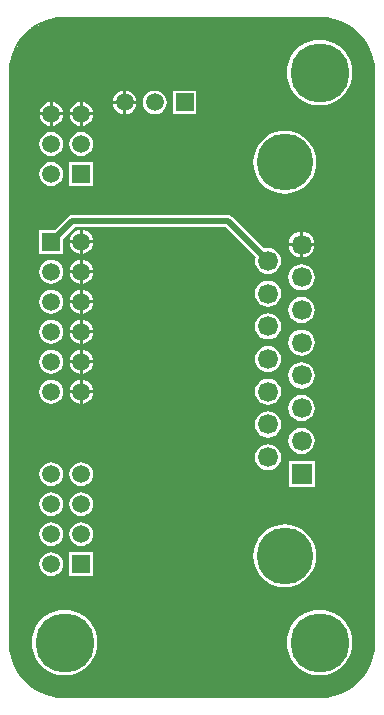
<source format=gbl>
%FSDAX24Y24*%
%MOIN*%
%SFA1B1*%

%IPPOS*%
%ADD12C,0.010000*%
%ADD13C,0.020000*%
%ADD14R,0.066500X0.066500*%
%ADD15C,0.066500*%
%ADD16C,0.189000*%
%ADD17C,0.059100*%
%ADD18R,0.059100X0.059100*%
%ADD19R,0.059100X0.059100*%
%ADD20C,0.196900*%
%ADD22C,0.005000*%
%ADD34C,0.040000*%
%ADD35C,0.080000*%
%LNdistro_layout-1*%
%LPD*%
G54D22*
X008737Y020808D02*
X008972Y020761D01*
X009198Y020684*
X009411Y020579*
X009610Y020447*
X009789Y020289*
X009947Y020110*
X010079Y019911*
X010184Y019698*
X010261Y019472*
X010308Y019237*
X010322Y019007*
X010322Y019001*
Y-000001*
X010322Y-000007*
X010308Y-000237*
X010261Y-000472*
X010184Y-000698*
X010079Y-000911*
X009947Y-001110*
X009789Y-001289*
X009610Y-001447*
X009411Y-001579*
X009198Y-001684*
X008972Y-001761*
X008737Y-001808*
X008507Y-001822*
X008501Y-001822*
X-000001*
X-000007Y-001822*
X-000237Y-001808*
X-000472Y-001761*
X-000698Y-001684*
X-000911Y-001579*
X-001110Y-001447*
X-001289Y-001289*
X-001447Y-001110*
X-001579Y-000911*
X-001684Y-000698*
X-001761Y-000472*
X-001808Y-000237*
X-001822Y-000007*
X-001822Y-000001*
Y019001*
X-001822Y019007*
X-001808Y019237*
X-001761Y019472*
X-001684Y019698*
X-001579Y019911*
X-001447Y020110*
X-001289Y020289*
X-001110Y020447*
X-000911Y020579*
X-000698Y020684*
X-000472Y020761*
X-000237Y020808*
X-000007Y020822*
X-000001Y020822*
X008501*
X008507Y020822*
X008737Y020808*
G54D12*
X008731Y020758D02*
X008959Y020713D01*
X009179Y020638*
X009386Y020535*
X009580Y020407*
X009753Y020253*
X009907Y020080*
X010035Y019886*
X010138Y019679*
X010213Y019459*
X010258Y019231*
X010272Y019009*
X010272Y019005*
Y-000005*
X010272Y-000009*
X010258Y-000231*
X010213Y-000459*
X010138Y-000679*
X010035Y-000886*
X009907Y-001080*
X009753Y-001253*
X009580Y-001407*
X009386Y-001535*
X009179Y-001638*
X008959Y-001713*
X008731Y-001758*
X008509Y-001772*
X008505Y-001772*
X-000005*
X-000009Y-001772*
X-000231Y-001758*
X-000459Y-001713*
X-000679Y-001638*
X-000886Y-001535*
X-001080Y-001407*
X-001253Y-001253*
X-001407Y-001080*
X-001535Y-000886*
X-001638Y-000679*
X-001713Y-000459*
X-001758Y-000231*
X-001772Y-000009*
X-001772Y-000005*
Y019005*
X-001772Y019009*
X-001758Y019231*
X-001713Y019459*
X-001638Y019679*
X-001535Y019886*
X-001407Y020080*
X-001253Y020253*
X-001080Y020407*
X-000886Y020535*
X-000679Y020638*
X-000459Y020713*
X-000231Y020758*
X-000009Y020772*
X-000005Y020772*
X008505*
X008509Y020772*
X008731Y020758*
G54D13*
X008718Y020659D02*
X008933Y020616D01*
X009140Y020546*
X009336Y020449*
X009519Y020327*
X009683Y020183*
X009827Y020019*
X009949Y019836*
X010046Y019640*
X010116Y019433*
X010159Y019218*
X010172Y019013*
X010172Y019012*
Y-000012*
X010172Y-000013*
X010159Y-000218*
X010116Y-000433*
X010046Y-000640*
X009949Y-000836*
X009827Y-001019*
X009683Y-001183*
X009519Y-001327*
X009336Y-001449*
X009140Y-001546*
X008933Y-001616*
X008718Y-001659*
X008513Y-001672*
X008512Y-001672*
X-000012*
X-000013Y-001672*
X-000218Y-001659*
X-000433Y-001616*
X-000640Y-001546*
X-000836Y-001449*
X-001019Y-001327*
X-001183Y-001183*
X-001327Y-001019*
X-001449Y-000836*
X-001546Y-000640*
X-001616Y-000433*
X-001659Y-000218*
X-001672Y-000013*
X-001672Y-000012*
Y019012*
X-001672Y019013*
X-001659Y019218*
X-001616Y019433*
X-001546Y019640*
X-001449Y019836*
X-001327Y020019*
X-001183Y020183*
X-001019Y020327*
X-000836Y020449*
X-000640Y020546*
X-000433Y020616*
X-000218Y020659*
X-000013Y020672*
X-000012Y020672*
X008512*
X008513Y020672*
X008718Y020659*
G54D34*
X008692Y020460D02*
X008881Y020422D01*
X009063Y020360*
X009236Y020275*
X009397Y020168*
X009541Y020041*
X009668Y019897*
X009775Y019736*
X009860Y019563*
X009922Y019381*
X009960Y019192*
X009971Y019020*
X009972Y019025*
Y-000025*
X009971Y-000020*
X009960Y-000192*
X009922Y-000381*
X009860Y-000563*
X009775Y-000736*
X009668Y-000897*
X009541Y-001041*
X009397Y-001168*
X009236Y-001275*
X009063Y-001360*
X008881Y-001422*
X008692Y-001460*
X008520Y-001471*
X008525Y-001472*
X-000025*
X-000020Y-001471*
X-000192Y-001460*
X-000381Y-001422*
X-000563Y-001360*
X-000736Y-001275*
X-000897Y-001168*
X-001041Y-001041*
X-001168Y-000897*
X-001275Y-000736*
X-001360Y-000563*
X-001422Y-000381*
X-001460Y-000192*
X-001471Y-000020*
X-001472Y-000025*
Y019025*
X-001471Y019020*
X-001460Y019192*
X-001422Y019381*
X-001360Y019563*
X-001275Y019736*
X-001168Y019897*
X-001041Y020041*
X-000897Y020168*
X-000736Y020275*
X-000563Y020360*
X-000381Y020422*
X-000192Y020460*
X-000020Y020471*
X-000025Y020472*
X008525*
X008520Y020471*
X008692Y020460*
G54D35*
X008640Y020062D02*
X008778Y020035D01*
X008909Y019990*
X009036Y019928*
X009152Y019850*
X009257Y019757*
X009350Y019652*
X009428Y019536*
X009490Y019409*
X009535Y019278*
X009562Y019140*
X009827Y015011*
X009572Y013139*
Y005860*
X009827Y003988*
X009562Y-000140*
X009535Y-000278*
X009490Y-000409*
X009428Y-000536*
X009350Y-000652*
X009257Y-000757*
X009152Y-000850*
X009036Y-000928*
X008909Y-000990*
X008778Y-001035*
X008640Y-001062*
X004511Y-001327*
X002639Y-001072*
X005860*
X003988Y-001327*
X-000140Y-001062*
X-000278Y-001035*
X-000409Y-000990*
X-000536Y-000928*
X-000652Y-000850*
X-000757Y-000757*
X-000850Y-000652*
X-000928Y-000536*
X-000990Y-000409*
X-001035Y-000278*
X-001062Y-000140*
X-001327Y003988*
X-001072Y005860*
Y013139*
X-001327Y015011*
X-001062Y019140*
X-001035Y019278*
X-000990Y019409*
X-000928Y019536*
X-000850Y019652*
X-000757Y019757*
X-000652Y019850*
X-000536Y019928*
X-000409Y019990*
X-000278Y020035*
X-000140Y020062*
X003988Y020327*
X005860Y020072*
X002639*
X004511Y020327*
X008640Y020062*
X-000930Y-000510D02*
Y019480D01*
X-000130Y-000910D02*
Y019880D01*
X000670Y-000910D02*
Y020080D01*
X001470Y-001110D02*
Y020080D01*
X002270Y-001110D02*
Y020080D01*
X003070Y-001110D02*
Y020080D01*
X003870Y-001310D02*
Y020330D01*
X004670Y-001110D02*
Y020330D01*
X005470Y-001110D02*
Y020080D01*
X006270Y-001110D02*
Y020080D01*
X007070Y-001110D02*
Y020080D01*
X007870Y-000910D02*
Y020080D01*
X008670Y-000910D02*
Y019880D01*
X009470Y-000310D02*
Y019280D01*
%LNdistro_layout-2*%
%LPC*%
G36*
X006781Y009886D02*
X006668Y009872D01*
X006563Y009828*
X006473Y009759*
X006403Y009668*
X006360Y009563*
X006345Y009450*
X006360Y009337*
X006403Y009232*
X006473Y009141*
X006563Y009072*
X006668Y009028*
X006781Y009014*
X006894Y009028*
X006999Y009072*
X007090Y009141*
X007159Y009232*
X007203Y009337*
X007218Y009450*
X007203Y009563*
X007159Y009668*
X007090Y009759*
X006999Y009828*
X006894Y009872*
X006781Y009886*
G37*
G36*
X000951Y009310D02*
X000609D01*
Y008968*
X000662Y008975*
X000758Y009014*
X000841Y009078*
X000904Y009160*
X000944Y009257*
X000951Y009310*
G37*
G36*
X000609Y009752D02*
Y009410D01*
X000951*
X000944Y009463*
X000904Y009559*
X000841Y009642*
X000758Y009705*
X000662Y009745*
X000609Y009752*
G37*
G36*
X000509D02*
X000456Y009745D01*
X000360Y009705*
X000277Y009642*
X000214Y009559*
X000174Y009463*
X000167Y009410*
X000509*
Y009752*
G37*
G36*
Y009310D02*
X000167D01*
X000174Y009257*
X000214Y009160*
X000277Y009078*
X000360Y009014*
X000456Y008975*
X000509Y008968*
Y009310*
G37*
G36*
X000609Y008752D02*
Y008410D01*
X000951*
X000944Y008463*
X000904Y008559*
X000841Y008642*
X000758Y008705*
X000662Y008745*
X000609Y008752*
G37*
G36*
X000509D02*
X000456Y008745D01*
X000360Y008705*
X000277Y008642*
X000214Y008559*
X000174Y008463*
X000167Y008410*
X000509*
Y008752*
G37*
G36*
X-000441Y009758D02*
X-000544Y009745D01*
X-000640Y009705*
X-000723Y009642*
X-000786Y009559*
X-000826Y009463*
X-000840Y009360*
X-000826Y009257*
X-000786Y009160*
X-000723Y009078*
X-000640Y009014*
X-000544Y008975*
X-000441Y008961*
X-000338Y008975*
X-000242Y009014*
X-000159Y009078*
X-000096Y009160*
X-000056Y009257*
X-000042Y009360*
X-000056Y009463*
X-000096Y009559*
X-000159Y009642*
X-000242Y009705*
X-000338Y009745*
X-000441Y009758*
G37*
G36*
X007899Y009341D02*
X007786Y009326D01*
X007681Y009283*
X007591Y009213*
X007521Y009123*
X007478Y009018*
X007463Y008905*
X007478Y008792*
X007521Y008687*
X007591Y008596*
X007681Y008527*
X007786Y008483*
X007899Y008468*
X008012Y008483*
X008117Y008527*
X008208Y008596*
X008277Y008687*
X008321Y008792*
X008336Y008905*
X008321Y009018*
X008277Y009123*
X008208Y009213*
X008117Y009283*
X008012Y009326*
X007899Y009341*
G37*
G36*
Y010432D02*
X007786Y010417D01*
X007681Y010373*
X007591Y010304*
X007521Y010213*
X007478Y010108*
X007463Y009995*
X007478Y009882*
X007521Y009777*
X007591Y009687*
X007681Y009617*
X007786Y009574*
X007899Y009559*
X008012Y009574*
X008117Y009617*
X008208Y009687*
X008277Y009777*
X008321Y009882*
X008336Y009995*
X008321Y010108*
X008277Y010213*
X008208Y010304*
X008117Y010373*
X008012Y010417*
X007899Y010432*
G37*
G36*
Y011522D02*
X007786Y011507D01*
X007681Y011464*
X007591Y011394*
X007521Y011304*
X007478Y011199*
X007463Y011086*
X007478Y010973*
X007521Y010868*
X007591Y010777*
X007681Y010708*
X007786Y010664*
X007899Y010649*
X008012Y010664*
X008117Y010708*
X008208Y010777*
X008277Y010868*
X008321Y010973*
X008336Y011086*
X008321Y011199*
X008277Y011304*
X008208Y011394*
X008117Y011464*
X008012Y011507*
X007899Y011522*
G37*
G36*
X000609Y010752D02*
Y010410D01*
X000951*
X000944Y010463*
X000904Y010559*
X000841Y010642*
X000758Y010705*
X000662Y010745*
X000609Y010752*
G37*
G36*
X000509Y011310D02*
X000167D01*
X000174Y011257*
X000214Y011160*
X000277Y011078*
X000360Y011014*
X000456Y010975*
X000509Y010968*
Y011310*
G37*
G36*
X-000441Y011758D02*
X-000544Y011745D01*
X-000640Y011705*
X-000723Y011642*
X-000786Y011559*
X-000826Y011463*
X-000840Y011360*
X-000826Y011257*
X-000786Y011160*
X-000723Y011078*
X-000640Y011014*
X-000544Y010975*
X-000441Y010961*
X-000338Y010975*
X-000242Y011014*
X-000159Y011078*
X-000096Y011160*
X-000056Y011257*
X-000042Y011360*
X-000056Y011463*
X-000096Y011559*
X-000159Y011642*
X-000242Y011705*
X-000338Y011745*
X-000441Y011758*
G37*
G36*
X000509Y010752D02*
X000456Y010745D01*
X000360Y010705*
X000277Y010642*
X000214Y010559*
X000174Y010463*
X000167Y010410*
X000509*
Y010752*
G37*
G36*
Y010310D02*
X000167D01*
X000174Y010257*
X000214Y010160*
X000277Y010078*
X000360Y010014*
X000456Y009975*
X000509Y009968*
Y010310*
G37*
G36*
X-000441Y010758D02*
X-000544Y010745D01*
X-000640Y010705*
X-000723Y010642*
X-000786Y010559*
X-000826Y010463*
X-000840Y010360*
X-000826Y010257*
X-000786Y010160*
X-000723Y010078*
X-000640Y010014*
X-000544Y009975*
X-000441Y009961*
X-000338Y009975*
X-000242Y010014*
X-000159Y010078*
X-000096Y010160*
X-000056Y010257*
X-000042Y010360*
X-000056Y010463*
X-000096Y010559*
X-000159Y010642*
X-000242Y010705*
X-000338Y010745*
X-000441Y010758*
G37*
G36*
X006781Y010977D02*
X006668Y010962D01*
X006563Y010918*
X006473Y010849*
X006403Y010759*
X006360Y010654*
X006345Y010541*
X006360Y010428*
X006403Y010322*
X006473Y010232*
X006563Y010163*
X006668Y010119*
X006781Y010104*
X006894Y010119*
X006999Y010163*
X007090Y010232*
X007159Y010322*
X007203Y010428*
X007218Y010541*
X007203Y010654*
X007159Y010759*
X007090Y010849*
X006999Y010918*
X006894Y010962*
X006781Y010977*
G37*
G36*
X000951Y010310D02*
X000609D01*
Y009968*
X000662Y009975*
X000758Y010014*
X000841Y010078*
X000904Y010160*
X000944Y010257*
X000951Y010310*
G37*
G36*
Y008310D02*
X000609D01*
Y007968*
X000662Y007975*
X000758Y008014*
X000841Y008078*
X000904Y008160*
X000944Y008257*
X000951Y008310*
G37*
G36*
X000559Y004015D02*
X000456Y004002D01*
X000360Y003962*
X000277Y003899*
X000214Y003816*
X000174Y003720*
X000160Y003617*
X000174Y003513*
X000214Y003417*
X000277Y003335*
X000360Y003271*
X000456Y003232*
X000559Y003218*
X000662Y003232*
X000758Y003271*
X000841Y003335*
X000904Y003417*
X000944Y003513*
X000958Y003617*
X000944Y003720*
X000904Y003816*
X000841Y003899*
X000758Y003962*
X000662Y004002*
X000559Y004015*
G37*
G36*
X-000441D02*
X-000544Y004002D01*
X-000640Y003962*
X-000723Y003899*
X-000786Y003816*
X-000826Y003720*
X-000840Y003617*
X-000826Y003513*
X-000786Y003417*
X-000723Y003335*
X-000640Y003271*
X-000544Y003232*
X-000441Y003218*
X-000338Y003232*
X-000242Y003271*
X-000159Y003335*
X-000096Y003417*
X-000056Y003513*
X-000042Y003617*
X-000056Y003720*
X-000096Y003816*
X-000159Y003899*
X-000242Y003962*
X-000338Y004002*
X-000441Y004015*
G37*
G36*
X000559Y005015D02*
X000456Y005002D01*
X000360Y004962*
X000277Y004899*
X000214Y004816*
X000174Y004720*
X000160Y004617*
X000174Y004513*
X000214Y004417*
X000277Y004335*
X000360Y004271*
X000456Y004232*
X000559Y004218*
X000662Y004232*
X000758Y004271*
X000841Y004335*
X000904Y004417*
X000944Y004513*
X000958Y004617*
X000944Y004720*
X000904Y004816*
X000841Y004899*
X000758Y004962*
X000662Y005002*
X000559Y005015*
G37*
G36*
X-000441D02*
X-000544Y005002D01*
X-000640Y004962*
X-000723Y004899*
X-000786Y004816*
X-000826Y004720*
X-000840Y004617*
X-000826Y004513*
X-000786Y004417*
X-000723Y004335*
X-000640Y004271*
X-000544Y004232*
X-000441Y004218*
X-000338Y004232*
X-000242Y004271*
X-000159Y004335*
X-000096Y004417*
X-000056Y004513*
X-000042Y004617*
X-000056Y004720*
X-000096Y004816*
X-000159Y004899*
X-000242Y004962*
X-000338Y005002*
X-000441Y005015*
G37*
G36*
X000954Y003012D02*
X000164D01*
Y002221*
X000954*
Y003012*
G37*
G36*
X008500Y001088D02*
X008330Y001074D01*
X008164Y001034*
X008006Y000969*
X007861Y000880*
X007731Y000769*
X007620Y000639*
X007531Y000494*
X007466Y000336*
X007426Y000170*
X007412Y000000*
X007426Y-000170*
X007466Y-000336*
X007531Y-000494*
X007620Y-000639*
X007731Y-000769*
X007861Y-000880*
X008006Y-000969*
X008164Y-001034*
X008330Y-001074*
X008500Y-001088*
X008670Y-001074*
X008836Y-001034*
X008994Y-000969*
X009139Y-000880*
X009269Y-000769*
X009380Y-000639*
X009469Y-000494*
X009534Y-000336*
X009574Y-000170*
X009588Y000000*
X009574Y000170*
X009534Y000336*
X009469Y000494*
X009380Y000639*
X009269Y000769*
X009139Y000880*
X008994Y000969*
X008836Y001034*
X008670Y001074*
X008500Y001088*
G37*
G36*
X000000D02*
X-000170Y001074D01*
X-000336Y001034*
X-000494Y000969*
X-000639Y000880*
X-000769Y000769*
X-000880Y000639*
X-000969Y000494*
X-001034Y000336*
X-001074Y000170*
X-001088Y000000*
X-001074Y-000170*
X-001034Y-000336*
X-000969Y-000494*
X-000880Y-000639*
X-000769Y-000769*
X-000639Y-000880*
X-000494Y-000969*
X-000336Y-001034*
X-000170Y-001074*
X000000Y-001088*
X000170Y-001074*
X000336Y-001034*
X000494Y-000969*
X000639Y-000880*
X000769Y-000769*
X000880Y-000639*
X000969Y-000494*
X001034Y-000336*
X001074Y-000170*
X001088Y000000*
X001074Y000170*
X001034Y000336*
X000969Y000494*
X000880Y000639*
X000769Y000769*
X000639Y000880*
X000494Y000969*
X000336Y001034*
X000170Y001074*
X000000Y001088*
G37*
G36*
X-000441Y003015D02*
X-000544Y003002D01*
X-000640Y002962*
X-000723Y002899*
X-000786Y002816*
X-000826Y002720*
X-000840Y002617*
X-000826Y002513*
X-000786Y002417*
X-000723Y002335*
X-000640Y002271*
X-000544Y002232*
X-000441Y002218*
X-000338Y002232*
X-000242Y002271*
X-000159Y002335*
X-000096Y002417*
X-000056Y002513*
X-000042Y002617*
X-000056Y002720*
X-000096Y002816*
X-000159Y002899*
X-000242Y002962*
X-000338Y003002*
X-000441Y003015*
G37*
G36*
X007340Y003939D02*
X007176Y003926D01*
X007016Y003888*
X006864Y003825*
X006724Y003739*
X006599Y003632*
X006492Y003507*
X006406Y003367*
X006343Y003215*
X006305Y003055*
X006292Y002891*
X006305Y002727*
X006343Y002567*
X006406Y002415*
X006492Y002275*
X006599Y002150*
X006724Y002043*
X006864Y001957*
X007016Y001894*
X007176Y001856*
X007340Y001843*
X007504Y001856*
X007664Y001894*
X007816Y001957*
X007956Y002043*
X008081Y002150*
X008188Y002275*
X008274Y002415*
X008337Y002567*
X008375Y002727*
X008388Y002891*
X008375Y003055*
X008337Y003215*
X008274Y003367*
X008188Y003507*
X008081Y003632*
X007956Y003739*
X007816Y003825*
X007664Y003888*
X007504Y003926*
X007340Y003939*
G37*
G36*
X008332Y006066D02*
X007467D01*
Y005200*
X008332*
Y006066*
G37*
G36*
X006781Y008796D02*
X006668Y008781D01*
X006563Y008737*
X006473Y008668*
X006403Y008578*
X006360Y008472*
X006345Y008359*
X006360Y008246*
X006403Y008141*
X006473Y008051*
X006563Y007982*
X006668Y007938*
X006781Y007923*
X006894Y007938*
X006999Y007982*
X007090Y008051*
X007159Y008141*
X007203Y008246*
X007218Y008359*
X007203Y008472*
X007159Y008578*
X007090Y008668*
X006999Y008737*
X006894Y008781*
X006781Y008796*
G37*
G36*
X007899Y008251D02*
X007786Y008236D01*
X007681Y008192*
X007591Y008123*
X007521Y008032*
X007478Y007927*
X007463Y007814*
X007478Y007701*
X007521Y007596*
X007591Y007506*
X007681Y007436*
X007786Y007393*
X007899Y007378*
X008012Y007393*
X008117Y007436*
X008208Y007506*
X008277Y007596*
X008321Y007701*
X008336Y007814*
X008321Y007927*
X008277Y008032*
X008208Y008123*
X008117Y008192*
X008012Y008236*
X007899Y008251*
G37*
G36*
X000509Y008310D02*
X000167D01*
X000174Y008257*
X000214Y008160*
X000277Y008078*
X000360Y008014*
X000456Y007975*
X000509Y007968*
Y008310*
G37*
G36*
X-000441Y008758D02*
X-000544Y008745D01*
X-000640Y008705*
X-000723Y008642*
X-000786Y008559*
X-000826Y008463*
X-000840Y008360*
X-000826Y008257*
X-000786Y008160*
X-000723Y008078*
X-000640Y008014*
X-000544Y007975*
X-000441Y007961*
X-000338Y007975*
X-000242Y008014*
X-000159Y008078*
X-000096Y008160*
X-000056Y008257*
X-000042Y008360*
X-000056Y008463*
X-000096Y008559*
X-000159Y008642*
X-000242Y008705*
X-000338Y008745*
X-000441Y008758*
G37*
G36*
X006781Y007705D02*
X006668Y007690D01*
X006563Y007647*
X006473Y007577*
X006403Y007487*
X006360Y007382*
X006345Y007269*
X006360Y007156*
X006403Y007051*
X006473Y006960*
X006563Y006891*
X006668Y006847*
X006781Y006832*
X006894Y006847*
X006999Y006891*
X007090Y006960*
X007159Y007051*
X007203Y007156*
X007218Y007269*
X007203Y007382*
X007159Y007487*
X007090Y007577*
X006999Y007647*
X006894Y007690*
X006781Y007705*
G37*
G36*
X000559Y006015D02*
X000456Y006002D01*
X000360Y005962*
X000277Y005899*
X000214Y005816*
X000174Y005720*
X000160Y005617*
X000174Y005513*
X000214Y005417*
X000277Y005335*
X000360Y005271*
X000456Y005232*
X000559Y005218*
X000662Y005232*
X000758Y005271*
X000841Y005335*
X000904Y005417*
X000944Y005513*
X000958Y005617*
X000944Y005720*
X000904Y005816*
X000841Y005899*
X000758Y005962*
X000662Y006002*
X000559Y006015*
G37*
G36*
X-000441D02*
X-000544Y006002D01*
X-000640Y005962*
X-000723Y005899*
X-000786Y005816*
X-000826Y005720*
X-000840Y005617*
X-000826Y005513*
X-000786Y005417*
X-000723Y005335*
X-000640Y005271*
X-000544Y005232*
X-000441Y005218*
X-000338Y005232*
X-000242Y005271*
X-000159Y005335*
X-000096Y005417*
X-000056Y005513*
X-000042Y005617*
X-000056Y005720*
X-000096Y005816*
X-000159Y005899*
X-000242Y005962*
X-000338Y006002*
X-000441Y006015*
G37*
G36*
X007899Y007160D02*
X007786Y007145D01*
X007681Y007102*
X007591Y007032*
X007521Y006942*
X007478Y006837*
X007463Y006724*
X007478Y006611*
X007521Y006505*
X007591Y006415*
X007681Y006346*
X007786Y006302*
X007899Y006287*
X008012Y006302*
X008117Y006346*
X008208Y006415*
X008277Y006505*
X008321Y006611*
X008336Y006724*
X008321Y006837*
X008277Y006942*
X008208Y007032*
X008117Y007102*
X008012Y007145*
X007899Y007160*
G37*
G36*
X006781Y006615D02*
X006668Y006600D01*
X006563Y006556*
X006473Y006487*
X006403Y006397*
X006360Y006291*
X006345Y006178*
X006360Y006065*
X006403Y005960*
X006473Y005870*
X006563Y005800*
X006668Y005757*
X006781Y005742*
X006894Y005757*
X006999Y005800*
X007090Y005870*
X007159Y005960*
X007203Y006065*
X007218Y006178*
X007203Y006291*
X007159Y006397*
X007090Y006487*
X006999Y006556*
X006894Y006600*
X006781Y006615*
G37*
G36*
X-000049Y017570D02*
X-000391D01*
Y017228*
X-000338Y017235*
X-000242Y017275*
X-000159Y017338*
X-000096Y017420*
X-000056Y017517*
X-000049Y017570*
G37*
G36*
X000509D02*
X000167D01*
X000174Y017517*
X000214Y017420*
X000277Y017338*
X000360Y017275*
X000456Y017235*
X000509Y017228*
Y017570*
G37*
G36*
X003000Y018402D02*
X002897Y018388D01*
X002801Y018348*
X002718Y018285*
X002655Y018202*
X002615Y018106*
X002601Y018003*
X002615Y017900*
X002655Y017804*
X002718Y017721*
X002801Y017658*
X002897Y017618*
X003000Y017604*
X003103Y017618*
X003199Y017658*
X003282Y017721*
X003345Y017804*
X003385Y017900*
X003399Y018003*
X003385Y018106*
X003345Y018202*
X003282Y018285*
X003199Y018348*
X003103Y018388*
X003000Y018402*
G37*
G36*
X000951Y017570D02*
X000609D01*
Y017228*
X000662Y017235*
X000758Y017275*
X000841Y017338*
X000904Y017420*
X000944Y017517*
X000951Y017570*
G37*
G36*
X-000491D02*
X-000833D01*
X-000826Y017517*
X-000786Y017420*
X-000723Y017338*
X-000640Y017275*
X-000544Y017235*
X-000491Y017228*
Y017570*
G37*
G36*
X000954Y016015D02*
X000164D01*
Y015225*
X000954*
Y016015*
G37*
G36*
X-000441Y016018D02*
X-000544Y016005D01*
X-000640Y015965*
X-000723Y015902*
X-000786Y015819*
X-000826Y015723*
X-000840Y015620*
X-000826Y015517*
X-000786Y015420*
X-000723Y015338*
X-000640Y015275*
X-000544Y015235*
X-000441Y015221*
X-000338Y015235*
X-000242Y015275*
X-000159Y015338*
X-000096Y015420*
X-000056Y015517*
X-000042Y015620*
X-000056Y015723*
X-000096Y015819*
X-000159Y015902*
X-000242Y015965*
X-000338Y016005*
X-000441Y016018*
G37*
G36*
X000559Y017018D02*
X000456Y017005D01*
X000360Y016965*
X000277Y016902*
X000214Y016819*
X000174Y016723*
X000160Y016620*
X000174Y016517*
X000214Y016420*
X000277Y016338*
X000360Y016275*
X000456Y016235*
X000559Y016221*
X000662Y016235*
X000758Y016275*
X000841Y016338*
X000904Y016420*
X000944Y016517*
X000958Y016620*
X000944Y016723*
X000904Y016819*
X000841Y016902*
X000758Y016965*
X000662Y017005*
X000559Y017018*
G37*
G36*
X-000441D02*
X-000544Y017005D01*
X-000640Y016965*
X-000723Y016902*
X-000786Y016819*
X-000826Y016723*
X-000840Y016620*
X-000826Y016517*
X-000786Y016420*
X-000723Y016338*
X-000640Y016275*
X-000544Y016235*
X-000441Y016221*
X-000338Y016235*
X-000242Y016275*
X-000159Y016338*
X-000096Y016420*
X-000056Y016517*
X-000042Y016620*
X-000056Y016723*
X-000096Y016819*
X-000159Y016902*
X-000242Y016965*
X-000338Y017005*
X-000441Y017018*
G37*
G36*
X004395Y018398D02*
X003605D01*
Y017608*
X004395*
Y018398*
G37*
G36*
X008500Y020088D02*
X008330Y020074D01*
X008164Y020034*
X008006Y019969*
X007861Y019880*
X007731Y019769*
X007620Y019639*
X007531Y019494*
X007466Y019336*
X007426Y019170*
X007412Y019000*
X007426Y018830*
X007466Y018664*
X007531Y018506*
X007620Y018361*
X007731Y018231*
X007861Y018120*
X008006Y018031*
X008164Y017966*
X008330Y017926*
X008500Y017912*
X008670Y017926*
X008836Y017966*
X008994Y018031*
X009139Y018120*
X009269Y018231*
X009380Y018361*
X009469Y018506*
X009534Y018664*
X009574Y018830*
X009588Y019000*
X009574Y019170*
X009534Y019336*
X009469Y019494*
X009380Y019639*
X009269Y019769*
X009139Y019880*
X008994Y019969*
X008836Y020034*
X008670Y020074*
X008500Y020088*
G37*
G36*
X000609Y018012D02*
Y017670D01*
X000951*
X000944Y017723*
X000904Y017819*
X000841Y017902*
X000758Y017965*
X000662Y018005*
X000609Y018012*
G37*
G36*
X002050Y018395D02*
Y018053D01*
X002392*
X002385Y018106*
X002345Y018202*
X002282Y018285*
X002199Y018348*
X002103Y018388*
X002050Y018395*
G37*
G36*
X001950D02*
X001897Y018388D01*
X001801Y018348*
X001718Y018285*
X001655Y018202*
X001615Y018106*
X001608Y018053*
X001950*
Y018395*
G37*
G36*
X-000391Y018012D02*
Y017670D01*
X-000049*
X-000056Y017723*
X-000096Y017819*
X-000159Y017902*
X-000242Y017965*
X-000338Y018005*
X-000391Y018012*
G37*
G36*
X002392Y017953D02*
X002050D01*
Y017611*
X002103Y017618*
X002199Y017658*
X002282Y017721*
X002345Y017804*
X002385Y017900*
X002392Y017953*
G37*
G36*
X001950D02*
X001608D01*
X001615Y017900*
X001655Y017804*
X001718Y017721*
X001801Y017658*
X001897Y017618*
X001950Y017611*
Y017953*
G37*
G36*
X000509Y018012D02*
X000456Y018005D01*
X000360Y017965*
X000277Y017902*
X000214Y017819*
X000174Y017723*
X000167Y017670*
X000509*
Y018012*
G37*
G36*
X-000491D02*
X-000544Y018005D01*
X-000640Y017965*
X-000723Y017902*
X-000786Y017819*
X-000826Y017723*
X-000833Y017670*
X-000491*
Y018012*
G37*
G36*
X007340Y017057D02*
X007176Y017044D01*
X007016Y017006*
X006864Y016943*
X006724Y016857*
X006599Y016750*
X006492Y016625*
X006406Y016485*
X006343Y016333*
X006305Y016173*
X006292Y016009*
X006305Y015845*
X006343Y015685*
X006406Y015533*
X006492Y015393*
X006599Y015268*
X006724Y015161*
X006864Y015075*
X007016Y015012*
X007176Y014974*
X007340Y014961*
X007504Y014974*
X007664Y015012*
X007816Y015075*
X007956Y015161*
X008081Y015268*
X008188Y015393*
X008274Y015533*
X008337Y015685*
X008375Y015845*
X008388Y016009*
X008375Y016173*
X008337Y016333*
X008274Y016485*
X008188Y016625*
X008081Y016750*
X007956Y016857*
X007816Y016943*
X007664Y017006*
X007504Y017044*
X007340Y017057*
G37*
G36*
X000509Y012310D02*
X000167D01*
X000174Y012257*
X000214Y012160*
X000277Y012078*
X000360Y012014*
X000456Y011975*
X000509Y011968*
Y012310*
G37*
G36*
X-000441Y012758D02*
X-000544Y012745D01*
X-000640Y012705*
X-000723Y012642*
X-000786Y012559*
X-000826Y012463*
X-000840Y012360*
X-000826Y012257*
X-000786Y012160*
X-000723Y012078*
X-000640Y012014*
X-000544Y011975*
X-000441Y011961*
X-000338Y011975*
X-000242Y012014*
X-000159Y012078*
X-000096Y012160*
X-000056Y012257*
X-000042Y012360*
X-000056Y012463*
X-000096Y012559*
X-000159Y012642*
X-000242Y012705*
X-000338Y012745*
X-000441Y012758*
G37*
G36*
X005453Y014254D02*
X000249D01*
X000171Y014238*
X000145Y014221*
X000105Y014194*
X-000334Y013755*
X-000836*
Y012964*
X-000046*
Y013467*
X000334Y013846*
X005368*
X006365Y012849*
X006360Y012835*
X006345Y012722*
X006360Y012609*
X006403Y012503*
X006473Y012413*
X006563Y012344*
X006668Y012300*
X006781Y012285*
X006894Y012300*
X006999Y012344*
X007090Y012413*
X007159Y012503*
X007203Y012609*
X007218Y012722*
X007203Y012835*
X007159Y012940*
X007090Y013030*
X006999Y013100*
X006894Y013143*
X006781Y013158*
X006668Y013143*
X006654Y013137*
X005597Y014194*
X005531Y014238*
X005453Y014254*
G37*
G36*
X000951Y012310D02*
X000609D01*
Y011968*
X000662Y011975*
X000758Y012014*
X000841Y012078*
X000904Y012160*
X000944Y012257*
X000951Y012310*
G37*
G36*
X007899Y012613D02*
X007786Y012598D01*
X007681Y012554*
X007591Y012485*
X007521Y012395*
X007478Y012289*
X007463Y012176*
X007478Y012063*
X007521Y011958*
X007591Y011868*
X007681Y011798*
X007786Y011755*
X007899Y011740*
X008012Y011755*
X008117Y011798*
X008208Y011868*
X008277Y011958*
X008321Y012063*
X008336Y012176*
X008321Y012289*
X008277Y012395*
X008208Y012485*
X008117Y012554*
X008012Y012598*
X007899Y012613*
G37*
G36*
X006781Y012068D02*
X006668Y012053D01*
X006563Y012009*
X006473Y011940*
X006403Y011849*
X006360Y011744*
X006345Y011631*
X006360Y011518*
X006403Y011413*
X006473Y011323*
X006563Y011253*
X006668Y011210*
X006781Y011195*
X006894Y011210*
X006999Y011253*
X007090Y011323*
X007159Y011413*
X007203Y011518*
X007218Y011631*
X007203Y011744*
X007159Y011849*
X007090Y011940*
X006999Y012009*
X006894Y012053*
X006781Y012068*
G37*
G36*
X000951Y011310D02*
X000609D01*
Y010968*
X000662Y010975*
X000758Y011014*
X000841Y011078*
X000904Y011160*
X000944Y011257*
X000951Y011310*
G37*
G36*
X000609Y011752D02*
Y011410D01*
X000951*
X000944Y011463*
X000904Y011559*
X000841Y011642*
X000758Y011705*
X000662Y011745*
X000609Y011752*
G37*
G36*
X000509D02*
X000456Y011745D01*
X000360Y011705*
X000277Y011642*
X000214Y011559*
X000174Y011463*
X000167Y011410*
X000509*
Y011752*
G37*
G36*
Y012752D02*
X000456Y012745D01*
X000360Y012705*
X000277Y012642*
X000214Y012559*
X000174Y012463*
X000167Y012410*
X000509*
Y012752*
G37*
G36*
X007949Y013697D02*
Y013317D01*
X008329*
X008321Y013380*
X008277Y013485*
X008208Y013576*
X008117Y013645*
X008012Y013688*
X007949Y013697*
G37*
G36*
X007849D02*
X007786Y013688D01*
X007681Y013645*
X007591Y013576*
X007521Y013485*
X007478Y013380*
X007469Y013317*
X007849*
Y013697*
G37*
G36*
X000609Y013752D02*
Y013410D01*
X000951*
X000944Y013463*
X000904Y013559*
X000841Y013642*
X000758Y013705*
X000662Y013745*
X000609Y013752*
G37*
G36*
X000509D02*
X000456Y013745D01*
X000360Y013705*
X000277Y013642*
X000214Y013559*
X000174Y013463*
X000167Y013410*
X000509*
Y013752*
G37*
G36*
X000951Y013310D02*
X000609D01*
Y012968*
X000662Y012975*
X000758Y013014*
X000841Y013078*
X000904Y013160*
X000944Y013257*
X000951Y013310*
G37*
G36*
X007849Y013217D02*
X007469D01*
X007478Y013154*
X007521Y013049*
X007591Y012958*
X007681Y012889*
X007786Y012845*
X007849Y012837*
Y013217*
G37*
G36*
X000609Y012752D02*
Y012410D01*
X000951*
X000944Y012463*
X000904Y012559*
X000841Y012642*
X000758Y012705*
X000662Y012745*
X000609Y012752*
G37*
G36*
X000509Y013310D02*
X000167D01*
X000174Y013257*
X000214Y013160*
X000277Y013078*
X000360Y013014*
X000456Y012975*
X000509Y012968*
Y013310*
G37*
G36*
X008329Y013217D02*
X007949D01*
Y012837*
X008012Y012845*
X008117Y012889*
X008208Y012958*
X008277Y013049*
X008321Y013154*
X008329Y013217*
G37*
%LNdistro_layout-3*%
%LPD*%
G54D13*
X005453Y014050D02*
X006781Y012722D01*
X000249Y014050D02*
X005453D01*
X-000441Y013360D02*
X000249Y014050D01*
G54D14*
X007899Y005633D03*
G54D15*
X006781Y006178D03*
X007899Y006724D03*
X006781Y007269D03*
X007899Y007814D03*
X006781Y008359D03*
X007899Y008905D03*
X006781Y009450D03*
X007899Y009995D03*
X006781Y010541D03*
X007899Y011086D03*
X006781Y011631D03*
X007899Y012176D03*
X006781Y012722D03*
X007899Y013267D03*
G54D16*
X007340Y002891D03*
Y016009D03*
G54D17*
X-000441Y005617D03*
X000559D03*
X-000441Y004617D03*
X000559D03*
X-000441Y003617D03*
X000559D03*
X-000441Y002617D03*
Y015620D03*
X000559Y016620D03*
X-000441D03*
X000559Y017620D03*
X-000441D03*
X003000Y018003D03*
X002000D03*
X000559Y008360D03*
X-000441D03*
X000559Y009360D03*
X-000441D03*
X000559Y010360D03*
X-000441D03*
X000559Y011360D03*
X-000441D03*
X000559Y012360D03*
X-000441D03*
X000559Y013360D03*
G54D18*
X000559Y002617D03*
Y015620D03*
X-000441Y013360D03*
G54D19*
X004000Y018003D03*
G54D20*
X000000Y000000D03*
X008500D03*
Y019000D03*
M02*
</source>
